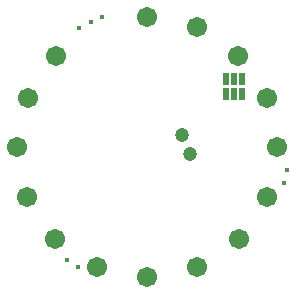
<source format=gts>
G04*
G04 #@! TF.GenerationSoftware,Altium Limited,Altium Designer,19.1.5 (86)*
G04*
G04 Layer_Color=8388736*
%FSAX25Y25*%
%MOIN*%
G70*
G01*
G75*
%ADD15C,0.04724*%
%ADD16R,0.02375X0.04343*%
%ADD17C,0.01784*%
%ADD18C,0.06706*%
D15*
X0164181Y0164055D02*
D03*
X0166819Y0157559D02*
D03*
D16*
X0183984Y0177559D02*
D03*
X0181425D02*
D03*
X0178866D02*
D03*
Y0182677D02*
D03*
X0181425D02*
D03*
X0183984D02*
D03*
D17*
X0199102Y0152284D02*
D03*
X0198039Y0147913D02*
D03*
X0137516Y0203177D02*
D03*
X0133689Y0201524D02*
D03*
X0129839Y0199516D02*
D03*
X0129523Y0120000D02*
D03*
X0125874Y0122362D02*
D03*
D18*
X0112685Y0176440D02*
D03*
X0112554Y0143386D02*
D03*
X0121780Y0129291D02*
D03*
X0182803Y0190315D02*
D03*
X0192328Y0176351D02*
D03*
X0122173Y0190315D02*
D03*
X0109181Y0159933D02*
D03*
X0135867Y0119854D02*
D03*
X0152488Y0116693D02*
D03*
X0192340Y0143416D02*
D03*
X0195768Y0159933D02*
D03*
X0169067Y0119872D02*
D03*
X0183197Y0129291D02*
D03*
X0169021Y0199928D02*
D03*
X0152488Y0203307D02*
D03*
M02*

</source>
